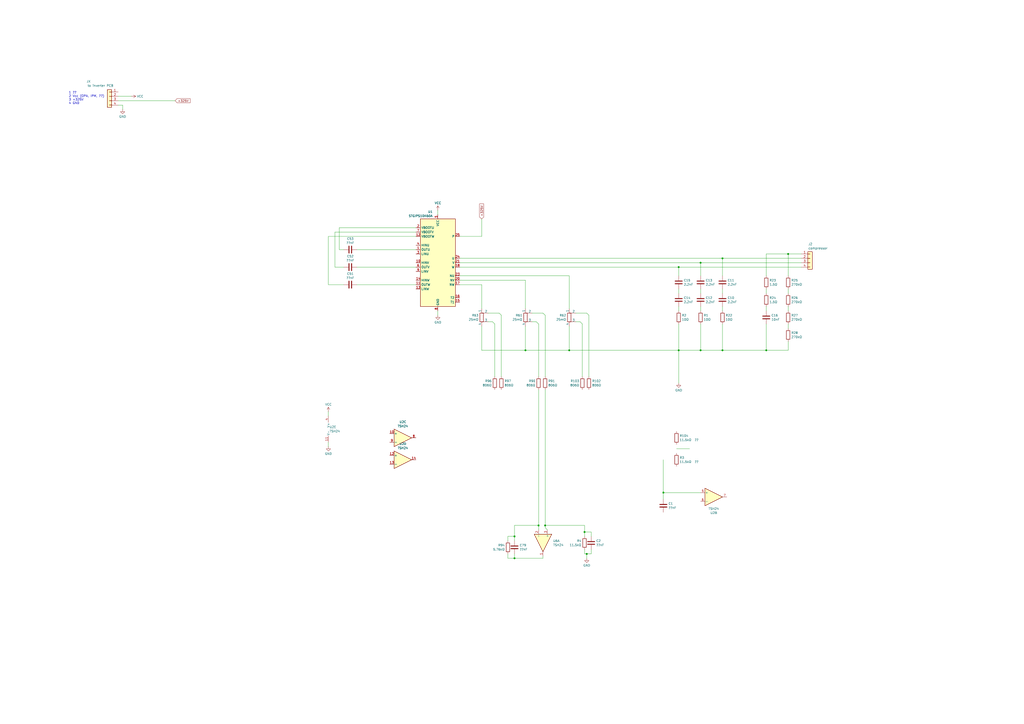
<source format=kicad_sch>
(kicad_sch (version 20231120) (generator "eeschema") (generator_version "8.0")
  (paper "A2")
  (lib_symbols
    (symbol "Amplifier_Operational:LMC6484" (pin_names (offset 0.127))
      (property "Reference" "U" (at 0 5.08 0))
      (property "Value" "LMC6484" (at 0 -5.08 0))
      (symbol "LMC6484_1_1"
        (polyline (pts (xy -5.08 5.08) (xy 5.08 0) (xy -5.08 -5.08) (xy -5.08 5.08)) (stroke (width 0.254)) (fill (type background)))
        (pin output line (at 7.62 0 180) (length 2.54) (name "~") (number "1"))
        (pin input line (at -7.62 -2.54 0) (length 2.54) (name "-") (number "2"))
        (pin input line (at -7.62 2.54 0) (length 2.54) (name "+") (number "3"))
      )
      (symbol "LMC6484_2_1"
        (polyline (pts (xy -5.08 5.08) (xy 5.08 0) (xy -5.08 -5.08) (xy -5.08 5.08)) (stroke (width 0.254)) (fill (type background)))
        (pin input line (at -7.62 2.54 0) (length 2.54) (name "+") (number "5"))
        (pin input line (at -7.62 -2.54 0) (length 2.54) (name "-") (number "6"))
        (pin output line (at 7.62 0 180) (length 2.54) (name "~") (number "7"))
      )
      (symbol "LMC6484_3_1"
        (polyline (pts (xy -5.08 5.08) (xy 5.08 0) (xy -5.08 -5.08) (xy -5.08 5.08)) (stroke (width 0.254)) (fill (type background)))
        (pin input line (at -7.62 2.54 0) (length 2.54) (name "+") (number "10"))
        (pin output line (at 7.62 0 180) (length 2.54) (name "~") (number "8"))
        (pin input line (at -7.62 -2.54 0) (length 2.54) (name "-") (number "9"))
      )
      (symbol "LMC6484_4_1"
        (polyline (pts (xy -5.08 5.08) (xy 5.08 0) (xy -5.08 -5.08) (xy -5.08 5.08)) (stroke (width 0.254)) (fill (type background)))
        (pin input line (at -7.62 2.54 0) (length 2.54) (name "+") (number "12"))
        (pin input line (at -7.62 -2.54 0) (length 2.54) (name "-") (number "13"))
        (pin output line (at 7.62 0 180) (length 2.54) (name "~") (number "14"))
      )
      (symbol "LMC6484_5_1"
        (pin power_in line (at -2.54 -7.62 90) (length 3.81) (name "V-") (number "11"))
        (pin power_in line (at -2.54 7.62 270) (length 3.81) (name "V+") (number "4"))
      )
    )
    (symbol "Connector_Generic:Conn_01x04" (pin_names (offset 1.016) hide)
      (property "Reference" "J" (at 0 5.08 0))
      (property "Value" "Conn_01x04" (at 0 -7.62 0))
      (symbol "Conn_01x04_1_1"
        (rectangle (start -1.27 -4.953) (end 0 -5.207) (stroke (width 0.1524)))
        (rectangle (start -1.27 -2.413) (end 0 -2.667) (stroke (width 0.1524)))
        (rectangle (start -1.27 0.127) (end 0 -0.127) (stroke (width 0.1524)))
        (rectangle (start -1.27 2.667) (end 0 2.413) (stroke (width 0.1524)))
        (rectangle (start -1.27 3.81) (end 1.27 -6.35) (stroke (width 0.254)) (fill (type background)))
        (pin passive line (at -5.08 2.54 0) (length 3.81) (name "Pin_1") (number "1"))
        (pin passive line (at -5.08 0 0) (length 3.81) (name "Pin_2") (number "2"))
        (pin passive line (at -5.08 -2.54 0) (length 3.81) (name "Pin_3") (number "3"))
        (pin passive line (at -5.08 -5.08 0) (length 3.81) (name "Pin_4") (number "4"))
      )
    )
    (symbol "Device:C" (pin_numbers hide) (pin_names (offset 0.254))
      (property "Reference" "C" (at 0.635 2.54 0))
      (property "Value" "C" (at 0.635 -2.54 0))
      (symbol "C_0_1"
        (polyline (pts (xy -2.032 -0.762) (xy 2.032 -0.762)) (stroke (width 0.508)))
        (polyline (pts (xy -2.032 0.762) (xy 2.032 0.762)) (stroke (width 0.508)))
      )
      (symbol "C_1_1"
        (pin passive line (at 0 3.81 270) (length 2.794) (name "~") (number "1"))
        (pin passive line (at 0 -3.81 90) (length 2.794) (name "~") (number "2"))
      )
    )
    (symbol "Device:R" (pin_numbers hide) (pin_names (offset 0))
      (property "Reference" "R" (at 2.032 0 90))
      (property "Value" "R" (at 0 0 90))
      (symbol "R_0_1"
        (rectangle (start -1.016 -2.54) (end 1.016 2.54) (stroke (width 0.254)))
      )
      (symbol "R_1_1"
        (pin passive line (at 0 3.81 270) (length 1.27) (name "~") (number "1"))
        (pin passive line (at 0 -3.81 90) (length 1.27) (name "~") (number "2"))
      )
    )
    (symbol "Device:R_Shunt" (pin_numbers hide) (pin_names (offset 0))
      (property "Reference" "R" (at -4.445 0 90))
      (property "Value" "R_Shunt" (at -2.54 0 90))
      (symbol "R_Shunt_0_1"
        (rectangle (start -1.016 -2.54) (end 1.016 2.54) (stroke (width 0.254)))
        (polyline (pts (xy 0 -2.54) (xy 1.27 -2.54)))
        (polyline (pts (xy 1.27 2.54) (xy 0 2.54)))
      )
      (symbol "R_Shunt_1_1"
        (pin passive line (at 0 5.08 270) (length 2.54) (name "1") (number "1"))
        (pin passive line (at 3.81 2.54 180) (length 2.54) (name "2") (number "2"))
        (pin passive line (at 3.81 -2.54 180) (length 2.54) (name "3") (number "3"))
        (pin passive line (at 0 -5.08 90) (length 2.54) (name "4") (number "4"))
      )
    )
    (symbol "Transistor_Power_Module:STGIPS10K60A"
      (property "Reference" "U" (at 10.16 30.48 0))
      (property "Value" "STGIPS10K60A" (at 10.16 27.94 0))
      (symbol "STGIPS10K60A_0_1"
        (rectangle (start -10.16 25.4) (end 10.16 -25.4) (stroke (width 0.254)) (fill (type background)))
      )
      (symbol "STGIPS10K60A_1_1"
        (pin output line (at -12.7 7.62 0) (length 2.54) (name "OUTU") (number "1"))
        (pin input line (at -12.7 0 0) (length 2.54) (name "HINV") (number "10"))
        (pin output line (at -12.7 -12.7 0) (length 2.54) (name "OUTW") (number "11"))
        (pin passive line (at -12.7 15.24 0) (length 2.54) (name "VBOOTW") (number "12"))
        (pin input line (at -12.7 -15.24 0) (length 2.54) (name "LINW") (number "13"))
        (pin input line (at -12.7 -10.16 0) (length 2.54) (name "HINW") (number "14"))
        (pin passive line (at 12.7 -22.86 180) (length 2.54) (name "T1") (number "15"))
        (pin passive line (at 12.7 -20.32 180) (length 2.54) (name "T2") (number "16"))
        (pin passive line (at 12.7 -12.7 180) (length 2.54) (name "NW") (number "17"))
        (pin passive line (at 12.7 -2.54 180) (length 2.54) (name "W") (number "18"))
        (pin passive line (at 12.7 15.24 180) (length 2.54) hide (name "P") (number "19"))
        (pin passive line (at -12.7 20.32 0) (length 2.54) (name "VBOOTU") (number "2"))
        (pin passive line (at 12.7 -10.16 180) (length 2.54) (name "NV") (number "20"))
        (pin passive line (at 12.7 0 180) (length 2.54) (name "V") (number "21"))
        (pin passive line (at 12.7 15.24 180) (length 2.54) hide (name "P") (number "22"))
        (pin passive line (at 12.7 -7.62 180) (length 2.54) (name "NU") (number "23"))
        (pin passive line (at 12.7 2.54 180) (length 2.54) (name "U") (number "24"))
        (pin passive line (at 12.7 15.24 180) (length 2.54) (name "P") (number "25"))
        (pin input line (at -12.7 5.08 0) (length 2.54) (name "LINU") (number "3"))
        (pin input line (at -12.7 10.16 0) (length 2.54) (name "HINU") (number "4"))
        (pin power_in line (at 0 27.94 270) (length 2.54) (name "VCC") (number "5"))
        (pin output line (at -12.7 -2.54 0) (length 2.54) (name "OUTV") (number "6"))
        (pin passive line (at -12.7 17.78 0) (length 2.54) (name "VBOOTV") (number "7"))
        (pin power_in line (at 0 -27.94 90) (length 2.54) (name "GND") (number "8"))
        (pin input line (at -12.7 -5.08 0) (length 2.54) (name "LINV") (number "9"))
      )
    )
    (symbol "power:GND" (power) (pin_numbers hide) (pin_names (offset 0) hide)
      (property "Value" "GND" (at 0 -3.81 0))
      (symbol "GND_0_1"
        (polyline (pts (xy 0 0) (xy 0 -1.27) (xy 1.27 -1.27) (xy 0 -2.54) (xy -1.27 -1.27) (xy 0 -1.27)))
      )
      (symbol "GND_1_1"
        (pin power_in line (at 0 0 270) (length 0) (name "~") (number "1"))
      )
    )
    (symbol "power:VCC" (power) (pin_numbers hide) (pin_names (offset 0) hide)
      (property "Value" "VCC" (at 0 3.556 0))
      (symbol "VCC_0_1"
        (polyline (pts (xy -0.762 1.27) (xy 0 2.54)))
        (polyline (pts (xy 0 0) (xy 0 2.54)))
        (polyline (pts (xy 0 2.54) (xy 0.762 1.27)))
      )
      (symbol "VCC_1_1"
        (pin power_in line (at 0 0 90) (length 0) (name "~") (number "1"))
      )
    )
  )
  (junction (at 340.36 321.31))
  (junction (at 419.1 203.2))
  (junction (at 444.5 203.2))
  (junction (at 312.42 304.8))
  (junction (at 406.4 203.2))
  (junction (at 384.81 285.75))
  (junction (at 457.2 147.32))
  (junction (at 406.4 152.4))
  (junction (at 339.09 308.61))
  (junction (at 316.23 304.8))
  (junction (at 393.7 203.2))
  (junction (at 330.2 203.2))
  (junction (at 298.45 323.85))
  (junction (at 419.1 149.86))
  (junction (at 393.7 154.94))
  (junction (at 304.8 203.2))
  (junction (at 298.45 311.15))
  (wire (pts (xy 419.1 177.8) (xy 419.1 180.34)))
  (wire (pts (xy 337.82 187.96) (xy 336.55 186.69)))
  (wire (pts (xy 316.23 182.88) (xy 314.96 181.61)))
  (wire (pts (xy 406.4 152.4) (xy 406.4 160.02)))
  (wire (pts (xy 330.2 189.23) (xy 330.2 203.2)))
  (wire (pts (xy 384.81 285.75) (xy 384.81 289.56)))
  (wire (pts (xy 294.64 321.31) (xy 294.64 323.85)))
  (wire (pts (xy 393.7 187.96) (xy 393.7 203.2)))
  (wire (pts (xy 196.85 144.78) (xy 199.39 144.78)))
  (wire (pts (xy 294.64 323.85) (xy 298.45 323.85)))
  (wire (pts (xy 194.31 154.94) (xy 199.39 154.94)))
  (wire (pts (xy 68.58 60.96) (xy 71.12 60.96)))
  (wire (pts (xy 279.4 203.2) (xy 304.8 203.2)))
  (wire (pts (xy 266.7 162.56) (xy 304.8 162.56)))
  (wire (pts (xy 266.7 154.94) (xy 393.7 154.94)))
  (wire (pts (xy 406.4 203.2) (xy 419.1 203.2)))
  (wire (pts (xy 334.01 186.69) (xy 336.55 186.69)))
  (wire (pts (xy 207.01 144.78) (xy 241.3 144.78)))
  (wire (pts (xy 339.09 308.61) (xy 339.09 311.15)))
  (wire (pts (xy 190.5 238.76) (xy 190.5 241.3)))
  (wire (pts (xy 71.12 60.96) (xy 71.12 63.5)))
  (wire (pts (xy 254 180.34) (xy 254 182.88)))
  (wire (pts (xy 308.61 181.61) (xy 314.96 181.61)))
  (wire (pts (xy 316.23 306.07) (xy 317.5 307.34)))
  (wire (pts (xy 279.4 127) (xy 279.4 137.16)))
  (wire (pts (xy 457.2 190.5) (xy 457.2 187.96)))
  (wire (pts (xy 298.45 311.15) (xy 298.45 313.69)))
  (wire (pts (xy 444.5 187.96) (xy 444.5 203.2)))
  (wire (pts (xy 444.5 177.8) (xy 444.5 180.34)))
  (wire (pts (xy 340.36 321.31) (xy 340.36 323.85)))
  (wire (pts (xy 339.09 308.61) (xy 342.9 308.61)))
  (wire (pts (xy 316.23 218.44) (xy 316.23 182.88)))
  (wire (pts (xy 341.63 218.44) (xy 341.63 182.88)))
  (wire (pts (xy 68.58 55.88) (xy 76.2 55.88)))
  (wire (pts (xy 392.43 260.35) (xy 400.05 260.35)))
  (wire (pts (xy 294.64 311.15) (xy 294.64 313.69)))
  (wire (pts (xy 342.9 318.77) (xy 342.9 321.31)))
  (wire (pts (xy 196.85 132.08) (xy 241.3 132.08)))
  (wire (pts (xy 304.8 203.2) (xy 330.2 203.2)))
  (wire (pts (xy 384.81 266.7) (xy 384.81 285.75)))
  (wire (pts (xy 444.5 147.32) (xy 444.5 160.02)))
  (wire (pts (xy 279.4 189.23) (xy 279.4 203.2)))
  (wire (pts (xy 298.45 304.8) (xy 312.42 304.8)))
  (wire (pts (xy 308.61 186.69) (xy 311.15 186.69)))
  (wire (pts (xy 190.5 165.1) (xy 199.39 165.1)))
  (wire (pts (xy 294.64 311.15) (xy 298.45 311.15)))
  (wire (pts (xy 190.5 137.16) (xy 190.5 165.1)))
  (wire (pts (xy 290.83 218.44) (xy 290.83 182.88)))
  (wire (pts (xy 316.23 304.8) (xy 339.09 304.8)))
  (wire (pts (xy 207.01 154.94) (xy 241.3 154.94)))
  (wire (pts (xy 314.96 322.58) (xy 314.96 323.85)))
  (wire (pts (xy 283.21 186.69) (xy 285.75 186.69)))
  (wire (pts (xy 393.7 203.2) (xy 406.4 203.2)))
  (wire (pts (xy 266.7 160.02) (xy 330.2 160.02)))
  (wire (pts (xy 406.4 187.96) (xy 406.4 203.2)))
  (wire (pts (xy 194.31 134.62) (xy 194.31 154.94)))
  (wire (pts (xy 393.7 203.2) (xy 393.7 222.25)))
  (wire (pts (xy 254 121.92) (xy 254 124.46)))
  (wire (pts (xy 419.1 187.96) (xy 419.1 203.2)))
  (wire (pts (xy 419.1 167.64) (xy 419.1 170.18)))
  (wire (pts (xy 287.02 187.96) (xy 285.75 186.69)))
  (wire (pts (xy 266.7 137.16) (xy 279.4 137.16)))
  (wire (pts (xy 330.2 203.2) (xy 393.7 203.2)))
  (wire (pts (xy 444.5 203.2) (xy 457.2 203.2)))
  (wire (pts (xy 406.4 152.4) (xy 464.82 152.4)))
  (wire (pts (xy 342.9 308.61) (xy 342.9 311.15)))
  (wire (pts (xy 457.2 198.12) (xy 457.2 203.2)))
  (wire (pts (xy 341.63 182.88) (xy 340.36 181.61)))
  (wire (pts (xy 68.58 58.42) (xy 101.6 58.42)))
  (wire (pts (xy 393.7 154.94) (xy 393.7 160.02)))
  (wire (pts (xy 339.09 318.77) (xy 339.09 321.31)))
  (wire (pts (xy 334.01 181.61) (xy 340.36 181.61)))
  (wire (pts (xy 196.85 132.08) (xy 196.85 144.78)))
  (wire (pts (xy 298.45 321.31) (xy 298.45 323.85)))
  (wire (pts (xy 419.1 149.86) (xy 419.1 160.02)))
  (wire (pts (xy 330.2 160.02) (xy 330.2 179.07)))
  (wire (pts (xy 190.5 256.54) (xy 190.5 259.08)))
  (wire (pts (xy 339.09 304.8) (xy 339.09 308.61)))
  (wire (pts (xy 298.45 304.8) (xy 298.45 311.15)))
  (wire (pts (xy 312.42 226.06) (xy 312.42 304.8)))
  (wire (pts (xy 384.81 285.75) (xy 406.4 285.75)))
  (wire (pts (xy 290.83 182.88) (xy 289.56 181.61)))
  (wire (pts (xy 266.7 152.4) (xy 406.4 152.4)))
  (wire (pts (xy 340.36 321.31) (xy 342.9 321.31)))
  (wire (pts (xy 312.42 187.96) (xy 311.15 186.69)))
  (wire (pts (xy 316.23 304.8) (xy 316.23 306.07)))
  (wire (pts (xy 419.1 203.2) (xy 444.5 203.2)))
  (wire (pts (xy 304.8 189.23) (xy 304.8 203.2)))
  (wire (pts (xy 457.2 170.18) (xy 457.2 167.64)))
  (wire (pts (xy 406.4 167.64) (xy 406.4 170.18)))
  (wire (pts (xy 312.42 304.8) (xy 312.42 307.34)))
  (wire (pts (xy 304.8 162.56) (xy 304.8 179.07)))
  (wire (pts (xy 419.1 149.86) (xy 464.82 149.86)))
  (wire (pts (xy 283.21 181.61) (xy 289.56 181.61)))
  (wire (pts (xy 393.7 154.94) (xy 464.82 154.94)))
  (wire (pts (xy 406.4 177.8) (xy 406.4 180.34)))
  (wire (pts (xy 312.42 218.44) (xy 312.42 187.96)))
  (wire (pts (xy 457.2 147.32) (xy 464.82 147.32)))
  (wire (pts (xy 444.5 147.32) (xy 457.2 147.32)))
  (wire (pts (xy 266.7 165.1) (xy 279.4 165.1)))
  (wire (pts (xy 457.2 180.34) (xy 457.2 177.8)))
  (wire (pts (xy 190.5 137.16) (xy 241.3 137.16)))
  (wire (pts (xy 298.45 323.85) (xy 314.96 323.85)))
  (wire (pts (xy 393.7 167.64) (xy 393.7 170.18)))
  (wire (pts (xy 287.02 218.44) (xy 287.02 187.96)))
  (wire (pts (xy 207.01 165.1) (xy 241.3 165.1)))
  (wire (pts (xy 279.4 165.1) (xy 279.4 179.07)))
  (wire (pts (xy 393.7 177.8) (xy 393.7 180.34)))
  (wire (pts (xy 316.23 226.06) (xy 316.23 304.8)))
  (wire (pts (xy 339.09 321.31) (xy 340.36 321.31)))
  (wire (pts (xy 194.31 134.62) (xy 241.3 134.62)))
  (wire (pts (xy 337.82 218.44) (xy 337.82 187.96)))
  (wire (pts (xy 444.5 167.64) (xy 444.5 170.18)))
  (wire (pts (xy 457.2 147.32) (xy 457.2 160.02)))
  (wire (pts (xy 266.7 149.86) (xy 419.1 149.86)))
  (text "1 ??\n2 Vcc (OPA, IPM, ??)\n3 +325V\n4 GND\n" (at 39.878 56.896 0) (effects (font (size 1.27 1.27)) (justify left)))
  (global_label "+325V" (shape input) (at 279.4 127 90) (property "Intersheetrefs" "${INTERSHEET_REFS}" (effects (hide yes))))
  (global_label "+325V" (shape input) (at 101.6 58.42 0) (property "Intersheetrefs" "${INTERSHEET_REFS}" (effects (hide yes))))
  (symbol (lib_id "Device:C") (at 393.7 163.83 0) (unit 1)
    (property "Reference" "C15" (at 396.621 162.6178 0) (effects (justify left)))
    (property "Value" "2.2nF" (at 396.621 165.0421 0) (effects (justify left)))
    (property "Footprint" "Capacitor_SMD:C_1206_3216Metric" (effects (hide yes)))
    (property "Description" "Unpolarized capacitor" (effects (hide yes)))
  )
  (symbol (lib_id "power:GND") (at 190.5 259.08 0) (unit 1)
    (property "Reference" "#PWR07" (effects (hide yes)))
    (property "Value" "GND" (at 190.5 263.2131 0))
    (property "Description" "Power symbol creates a global label with name \"GND\" , ground" (effects (hide yes)))
  )
  (symbol (lib_id "Device:R") (at 341.63 222.25 0) (unit 1)
    (property "Reference" "R102" (at 343.408 221.0378 0) (effects (justify left)))
    (property "Value" "806Ω" (at 343.408 223.4621 0) (effects (justify left)))
    (property "Description" "Resistor" (effects (hide yes)))
  )
  (symbol (lib_id "Amplifier_Operational:LMC6484") (at 314.96 314.96 270) (unit 1)
    (property "Reference" "U6" (at 320.802 313.7478 90) (effects (justify left)))
    (property "Value" "TSH24" (at 320.802 316.1721 90) (effects (justify left)))
    (property "Datasheet" "http://www.ti.com/lit/ds/symlink/lmc6484.pdf" (effects (hide yes)))
    (property "Description" "Quad CMOS Rail-to-Rail Input and Output Operational Amplifier, DIP-14/SOIC-14" (effects (hide yes)))
  )
  (symbol (lib_id "Device:R_Shunt") (at 279.4 184.15 0) (unit 1)
    (property "Reference" "R63" (at 277.6221 182.9378 0) (effects (justify right)))
    (property "Value" "25mΩ" (at 277.6221 185.3621 0) (effects (justify right)))
    (property "Description" "Shunt resistor" (effects (hide yes)))
  )
  (symbol (lib_id "Device:R") (at 457.2 184.15 0) (unit 1)
    (property "Reference" "R27" (at 458.978 182.9378 0) (effects (justify left)))
    (property "Value" "270kΩ" (at 458.978 185.3621 0) (effects (justify left)))
    (property "Footprint" "Resistor_SMD:R_0805_2012Metric" (effects (hide yes)))
    (property "Description" "Resistor" (effects (hide yes)))
  )
  (symbol (lib_id "Device:C") (at 203.2 144.78 90) (unit 1)
    (property "Reference" "C53" (at 203.2 138.4765 90))
    (property "Value" "??nF" (at 203.2 140.9008 90))
    (property "Footprint" "Capacitor_SMD:C_0805_2012Metric" (effects (hide yes)))
    (property "Description" "Unpolarized capacitor" (effects (hide yes)))
  )
  (symbol (lib_id "power:GND") (at 254 182.88 0) (unit 1)
    (property "Reference" "#PWR01" (effects (hide yes)))
    (property "Value" "GND" (at 254 187.0131 0))
    (property "Description" "Power symbol creates a global label with name \"GND\" , ground" (effects (hide yes)))
  )
  (symbol (lib_id "Device:R") (at 406.4 184.15 0) (unit 1)
    (property "Reference" "R1" (at 408.178 182.9378 0) (effects (justify left)))
    (property "Value" "10Ω" (at 408.178 185.3621 0) (effects (justify left)))
    (property "Description" "Resistor" (effects (hide yes)))
  )
  (symbol (lib_id "Device:R") (at 419.1 184.15 0) (unit 1)
    (property "Reference" "R22" (at 420.878 182.9378 0) (effects (justify left)))
    (property "Value" "10Ω" (at 420.878 185.3621 0) (effects (justify left)))
    (property "Description" "Resistor" (effects (hide yes)))
  )
  (symbol (lib_id "Device:C") (at 203.2 154.94 90) (unit 1)
    (property "Reference" "C52" (at 203.2 148.6365 90))
    (property "Value" "??nF" (at 203.2 151.0608 90))
    (property "Footprint" "Capacitor_SMD:C_0805_2012Metric" (effects (hide yes)))
    (property "Description" "Unpolarized capacitor" (effects (hide yes)))
  )
  (symbol (lib_id "Device:R") (at 457.2 173.99 0) (unit 1)
    (property "Reference" "R26" (at 458.978 172.7778 0) (effects (justify left)))
    (property "Value" "270kΩ" (at 458.978 175.2021 0) (effects (justify left)))
    (property "Footprint" "Resistor_SMD:R_0805_2012Metric" (effects (hide yes)))
    (property "Description" "Resistor" (effects (hide yes)))
  )
  (symbol (lib_id "power:GND") (at 71.12 63.5 0) (unit 1)
    (property "Reference" "#PWR02" (effects (hide yes)))
    (property "Value" "GND" (at 71.12 67.6331 0))
    (property "Description" "Power symbol creates a global label with name \"GND\" , ground" (effects (hide yes)))
  )
  (symbol (lib_id "Device:R") (at 339.09 314.96 0) (mirror y) (unit 1)
    (property "Reference" "R4" (at 337.312 313.7478 0) (effects (justify left)))
    (property "Value" "11.5kΩ" (at 337.312 316.1721 0) (effects (justify left)))
    (property "Footprint" "Resistor_SMD:R_0603_1608Metric" (effects (hide yes)))
    (property "Description" "Resistor" (effects (hide yes)))
  )
  (symbol (lib_id "Device:R_Shunt") (at 330.2 184.15 0) (unit 1)
    (property "Reference" "R62" (at 328.4221 182.9378 0) (effects (justify right)))
    (property "Value" "25mΩ" (at 328.4221 185.3621 0) (effects (justify right)))
    (property "Description" "Shunt resistor" (effects (hide yes)))
  )
  (symbol (lib_id "Device:R") (at 393.7 184.15 0) (unit 1)
    (property "Reference" "R2" (at 395.478 182.9378 0) (effects (justify left)))
    (property "Value" "10Ω" (at 395.478 185.3621 0) (effects (justify left)))
    (property "Description" "Resistor" (effects (hide yes)))
  )
  (symbol (lib_id "Transistor_Power_Module:STGIPS10K60A") (at 254 152.4 0) (unit 1)
    (property "Reference" "U1" (at 250.9835 122.8555 0) (effects (justify right)))
    (property "Value" "STGIPS10K60A" (at 250.9835 125.2798 0) (effects (justify right)))
    (property "Footprint" "Transistor_Power_Module:ST_SDIP-25L" (effects (hide yes)))
    (property "Datasheet" "https://www.st.com/resource/en/datasheet/stgips10k60a.pdf" (effects (hide yes)))
    (property "Description" "10 A, 600 V, 20KHz, 33Wx6, 3-phase, Control Logic, Positive Input , Freewheeling Diodes, Undervoltage Lockout, Interlocking, 5k NTC, SDIP-25L" (effects (hide yes)))
  )
  (symbol (lib_id "Amplifier_Operational:LMC6484") (at 414.02 288.29 0) (unit 2)
    (property "Reference" "U2" (at 414.02 297.5145 0))
    (property "Value" "TSH24" (at 414.02 295.0902 0))
    (property "Datasheet" "http://www.ti.com/lit/ds/symlink/lmc6484.pdf" (effects (hide yes)))
    (property "Description" "Quad CMOS Rail-to-Rail Input and Output Operational Amplifier, DIP-14/SOIC-14" (effects (hide yes)))
  )
  (symbol (lib_id "Device:R") (at 392.43 266.7 0) (unit 1)
    (property "Reference" "R3" (at 394.208 265.4878 0) (effects (justify left)))
    (property "Value" "11.5kΩ  ??" (at 394.208 267.9121 0) (effects (justify left)))
    (property "Footprint" "Resistor_SMD:R_0603_1608Metric" (effects (hide yes)))
    (property "Description" "Resistor" (effects (hide yes)))
  )
  (symbol (lib_id "Device:R") (at 294.64 317.5 0) (mirror y) (unit 1)
    (property "Reference" "R94" (at 292.862 316.2878 0) (effects (justify left)))
    (property "Value" "5.76kΩ" (at 292.862 318.7121 0) (effects (justify left)))
    (property "Footprint" "Resistor_SMD:R_0603_1608Metric" (effects (hide yes)))
    (property "Description" "Resistor" (effects (hide yes)))
  )
  (symbol (lib_id "Device:R") (at 444.5 163.83 0) (unit 1)
    (property "Reference" "R23" (at 446.278 162.6178 0) (effects (justify left)))
    (property "Value" "1.5Ω" (at 446.278 165.0421 0) (effects (justify left)))
    (property "Footprint" "Resistor_SMD:R_1206_3216Metric" (effects (hide yes)))
    (property "Description" "Resistor" (effects (hide yes)))
  )
  (symbol (lib_id "Device:R") (at 312.42 222.25 0) (mirror y) (unit 1)
    (property "Reference" "R90" (at 310.642 221.0378 0) (effects (justify left)))
    (property "Value" "806Ω" (at 310.642 223.4621 0) (effects (justify left)))
    (property "Description" "Resistor" (effects (hide yes)))
  )
  (symbol (lib_id "Connector_Generic:Conn_01x04") (at 63.5 55.88 0) (mirror y) (unit 1)
    (property "Reference" "JX" (at 52.578 47.244 0) (effects (justify left)))
    (property "Value" "to inverter PCB" (at 65.786 49.6683 0) (effects (justify left)))
    (property "Description" "Generic connector, single row, 01x04, script generated (kicad-library-utils/schlib/autogen/connector/)" (effects (hide yes)))
  )
  (symbol (lib_id "Device:C") (at 419.1 163.83 0) (unit 1)
    (property "Reference" "C11" (at 422.021 162.6178 0) (effects (justify left)))
    (property "Value" "2.2nF" (at 422.021 165.0421 0) (effects (justify left)))
    (property "Footprint" "Capacitor_SMD:C_1206_3216Metric" (effects (hide yes)))
    (property "Description" "Unpolarized capacitor" (effects (hide yes)))
  )
  (symbol (lib_id "Connector_Generic:Conn_01x04") (at 469.9 149.86 0) (unit 1)
    (property "Reference" "J2" (at 468.884 141.5937 0) (effects (justify left)))
    (property "Value" "compressor" (at 468.884 144.018 0) (effects (justify left)))
    (property "Description" "Generic connector, single row, 01x04, script generated (kicad-library-utils/schlib/autogen/connector/)" (effects (hide yes)))
  )
  (symbol (lib_id "Device:R") (at 290.83 222.25 0) (unit 1)
    (property "Reference" "R97" (at 292.608 221.0378 0) (effects (justify left)))
    (property "Value" "806Ω" (at 292.608 223.4621 0) (effects (justify left)))
    (property "Description" "Resistor" (effects (hide yes)))
  )
  (symbol (lib_id "Device:R") (at 287.02 222.25 0) (mirror y) (unit 1)
    (property "Reference" "R96" (at 285.242 221.0378 0) (effects (justify left)))
    (property "Value" "806Ω" (at 285.242 223.4621 0) (effects (justify left)))
    (property "Description" "Resistor" (effects (hide yes)))
  )
  (symbol (lib_id "Device:C") (at 419.1 173.99 0) (unit 1)
    (property "Reference" "C10" (at 422.021 172.7778 0) (effects (justify left)))
    (property "Value" "2.2nF" (at 422.021 175.2021 0) (effects (justify left)))
    (property "Footprint" "Capacitor_SMD:C_1206_3216Metric" (effects (hide yes)))
    (property "Description" "Unpolarized capacitor" (effects (hide yes)))
  )
  (symbol (lib_id "Amplifier_Operational:LMC6484") (at 193.04 248.92 0) (unit 5)
    (property "Reference" "U2" (at 191.135 247.7078 0) (effects (justify left)))
    (property "Value" "TSH24" (at 191.135 250.1321 0) (effects (justify left)))
    (property "Datasheet" "http://www.ti.com/lit/ds/symlink/lmc6484.pdf" (effects (hide yes)))
    (property "Description" "Quad CMOS Rail-to-Rail Input and Output Operational Amplifier, DIP-14/SOIC-14" (effects (hide yes)))
  )
  (symbol (lib_id "Device:R") (at 457.2 194.31 0) (unit 1)
    (property "Reference" "R28" (at 458.978 193.0978 0) (effects (justify left)))
    (property "Value" "270kΩ" (at 458.978 195.5221 0) (effects (justify left)))
    (property "Footprint" "Resistor_SMD:R_0805_2012Metric" (effects (hide yes)))
    (property "Description" "Resistor" (effects (hide yes)))
  )
  (symbol (lib_id "Amplifier_Operational:LMC6484") (at 233.68 254 0) (unit 3)
    (property "Reference" "U2" (at 233.68 244.7755 0))
    (property "Value" "TSH24" (at 233.68 247.1998 0))
    (property "Datasheet" "http://www.ti.com/lit/ds/symlink/lmc6484.pdf" (effects (hide yes)))
    (property "Description" "Quad CMOS Rail-to-Rail Input and Output Operational Amplifier, DIP-14/SOIC-14" (effects (hide yes)))
  )
  (symbol (lib_id "Device:C") (at 384.81 293.37 180) (unit 1)
    (property "Reference" "C1" (at 387.731 292.1578 0) (effects (justify right)))
    (property "Value" "??nF" (at 387.731 294.5821 0) (effects (justify right)))
    (property "Description" "Unpolarized capacitor" (effects (hide yes)))
  )
  (symbol (lib_id "Device:C") (at 203.2 165.1 90) (unit 1)
    (property "Reference" "C51" (at 203.2 158.7965 90))
    (property "Value" "??nF" (at 203.2 161.2208 90))
    (property "Footprint" "Capacitor_SMD:C_0805_2012Metric" (effects (hide yes)))
    (property "Description" "Unpolarized capacitor" (effects (hide yes)))
  )
  (symbol (lib_id "Device:R") (at 392.43 254 0) (unit 1)
    (property "Reference" "R104" (at 394.208 252.7878 0) (effects (justify left)))
    (property "Value" "11.5kΩ  ??" (at 394.208 255.2121 0) (effects (justify left)))
    (property "Footprint" "Resistor_SMD:R_0603_1608Metric" (effects (hide yes)))
    (property "Description" "Resistor" (effects (hide yes)))
  )
  (symbol (lib_id "Device:C") (at 342.9 314.96 180) (unit 1)
    (property "Reference" "C2" (at 345.821 313.7478 0) (effects (justify right)))
    (property "Value" "??nF" (at 345.821 316.1721 0) (effects (justify right)))
    (property "Footprint" "Capacitor_SMD:C_0603_1608Metric" (effects (hide yes)))
    (property "Description" "Unpolarized capacitor" (effects (hide yes)))
  )
  (symbol (lib_id "Device:C") (at 406.4 163.83 0) (unit 1)
    (property "Reference" "C13" (at 409.321 162.6178 0) (effects (justify left)))
    (property "Value" "2.2nF" (at 409.321 165.0421 0) (effects (justify left)))
    (property "Footprint" "Capacitor_SMD:C_1206_3216Metric" (effects (hide yes)))
    (property "Description" "Unpolarized capacitor" (effects (hide yes)))
  )
  (symbol (lib_id "Device:R") (at 457.2 163.83 0) (unit 1)
    (property "Reference" "R25" (at 458.978 162.6178 0) (effects (justify left)))
    (property "Value" "270kΩ" (at 458.978 165.0421 0) (effects (justify left)))
    (property "Footprint" "Resistor_SMD:R_0805_2012Metric" (effects (hide yes)))
    (property "Description" "Resistor" (effects (hide yes)))
  )
  (symbol (lib_id "Device:R") (at 316.23 222.25 0) (unit 1)
    (property "Reference" "R91" (at 318.008 221.0378 0) (effects (justify left)))
    (property "Value" "806Ω" (at 318.008 223.4621 0) (effects (justify left)))
    (property "Description" "Resistor" (effects (hide yes)))
  )
  (symbol (lib_id "Device:R") (at 444.5 173.99 0) (unit 1)
    (property "Reference" "R24" (at 446.278 172.7778 0) (effects (justify left)))
    (property "Value" "1.5Ω" (at 446.278 175.2021 0) (effects (justify left)))
    (property "Footprint" "Resistor_SMD:R_1206_3216Metric" (effects (hide yes)))
    (property "Description" "Resistor" (effects (hide yes)))
  )
  (symbol (lib_id "Device:R_Shunt") (at 304.8 184.15 0) (unit 1)
    (property "Reference" "R61" (at 303.0221 182.9378 0) (effects (justify right)))
    (property "Value" "25mΩ" (at 303.0221 185.3621 0) (effects (justify right)))
    (property "Description" "Shunt resistor" (effects (hide yes)))
  )
  (symbol (lib_id "power:VCC") (at 254 121.92 0) (unit 1)
    (property "Reference" "#PWR05" (effects (hide yes)))
    (property "Value" "VCC" (at 254 117.7869 0))
    (property "Description" "Power symbol creates a global label with name \"VCC\"" (effects (hide yes)))
  )
  (symbol (lib_id "power:GND") (at 340.36 323.85 0) (unit 1)
    (property "Reference" "#PWR08" (effects (hide yes)))
    (property "Value" "GND" (at 340.36 327.9831 0))
    (property "Description" "Power symbol creates a global label with name \"GND\" , ground" (effects (hide yes)))
  )
  (symbol (lib_id "Device:C") (at 393.7 173.99 0) (unit 1)
    (property "Reference" "C14" (at 396.621 172.7778 0) (effects (justify left)))
    (property "Value" "2.2nF" (at 396.621 175.2021 0) (effects (justify left)))
    (property "Footprint" "Capacitor_SMD:C_1206_3216Metric" (effects (hide yes)))
    (property "Description" "Unpolarized capacitor" (effects (hide yes)))
  )
  (symbol (lib_id "Device:C") (at 444.5 184.15 0) (unit 1)
    (property "Reference" "C16" (at 447.421 182.9378 0) (effects (justify left)))
    (property "Value" "10nF" (at 447.421 185.3621 0) (effects (justify left)))
    (property "Footprint" "Capacitor_SMD:C_1206_3216Metric" (effects (hide yes)))
    (property "Description" "Unpolarized capacitor" (effects (hide yes)))
  )
  (symbol (lib_id "power:VCC") (at 190.5 238.76 0) (unit 1)
    (property "Reference" "#PWR06" (effects (hide yes)))
    (property "Value" "VCC" (at 190.5 234.6269 0))
    (property "Description" "Power symbol creates a global label with name \"VCC\"" (effects (hide yes)))
  )
  (symbol (lib_id "Amplifier_Operational:LMC6484") (at 233.68 266.7 0) (unit 4)
    (property "Reference" "U2" (at 233.68 257.4755 0))
    (property "Value" "TSH24" (at 233.68 259.8998 0))
    (property "Datasheet" "http://www.ti.com/lit/ds/symlink/lmc6484.pdf" (effects (hide yes)))
    (property "Description" "Quad CMOS Rail-to-Rail Input and Output Operational Amplifier, DIP-14/SOIC-14" (effects (hide yes)))
  )
  (symbol (lib_id "power:GND") (at 393.7 222.25 0) (unit 1)
    (property "Reference" "#PWR03" (effects (hide yes)))
    (property "Value" "GND" (at 393.7 226.3831 0))
    (property "Description" "Power symbol creates a global label with name \"GND\" , ground" (effects (hide yes)))
  )
  (symbol (lib_id "Device:C") (at 406.4 173.99 0) (unit 1)
    (property "Reference" "C12" (at 409.321 172.7778 0) (effects (justify left)))
    (property "Value" "2.2nF" (at 409.321 175.2021 0) (effects (justify left)))
    (property "Footprint" "Capacitor_SMD:C_1206_3216Metric" (effects (hide yes)))
    (property "Description" "Unpolarized capacitor" (effects (hide yes)))
  )
  (symbol (lib_id "Device:C") (at 298.45 317.5 180) (unit 1)
    (property "Reference" "C79" (at 301.371 316.2878 0) (effects (justify right)))
    (property "Value" "??nF" (at 301.371 318.7121 0) (effects (justify right)))
    (property "Footprint" "Capacitor_SMD:C_0603_1608Metric" (effects (hide yes)))
    (property "Description" "Unpolarized capacitor" (effects (hide yes)))
  )
  (symbol (lib_id "Device:R") (at 337.82 222.25 0) (mirror y) (unit 1)
    (property "Reference" "R103" (at 336.042 221.0378 0) (effects (justify left)))
    (property "Value" "806Ω" (at 336.042 223.4621 0) (effects (justify left)))
    (property "Description" "Resistor" (effects (hide yes)))
  )
  (symbol (lib_id "power:VCC") (at 76.2 55.88 270) (unit 1)
    (property "Reference" "#PWR04" (effects (hide yes)))
    (property "Value" "VCC" (at 79.375 55.88 90) (effects (justify left)))
    (property "Description" "Power symbol creates a global label with name \"VCC\"" (effects (hide yes)))
  )
)
</source>
